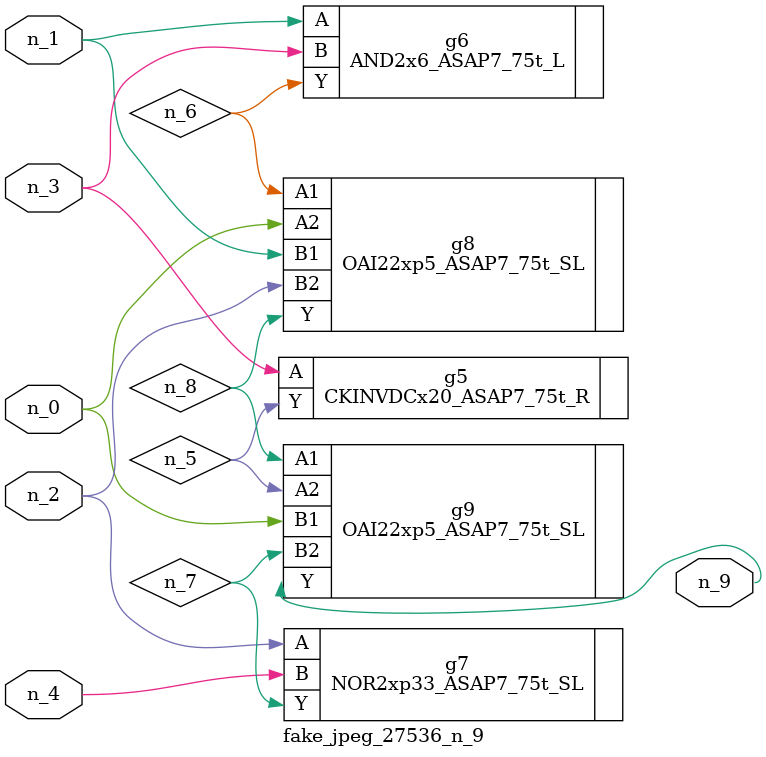
<source format=v>
module fake_jpeg_27536_n_9 (n_3, n_2, n_1, n_0, n_4, n_9);

input n_3;
input n_2;
input n_1;
input n_0;
input n_4;

output n_9;

wire n_8;
wire n_6;
wire n_5;
wire n_7;

CKINVDCx20_ASAP7_75t_R g5 ( 
.A(n_3),
.Y(n_5)
);

AND2x6_ASAP7_75t_L g6 ( 
.A(n_1),
.B(n_3),
.Y(n_6)
);

NOR2xp33_ASAP7_75t_SL g7 ( 
.A(n_2),
.B(n_4),
.Y(n_7)
);

OAI22xp5_ASAP7_75t_SL g8 ( 
.A1(n_6),
.A2(n_0),
.B1(n_1),
.B2(n_2),
.Y(n_8)
);

OAI22xp5_ASAP7_75t_SL g9 ( 
.A1(n_8),
.A2(n_5),
.B1(n_0),
.B2(n_7),
.Y(n_9)
);


endmodule
</source>
